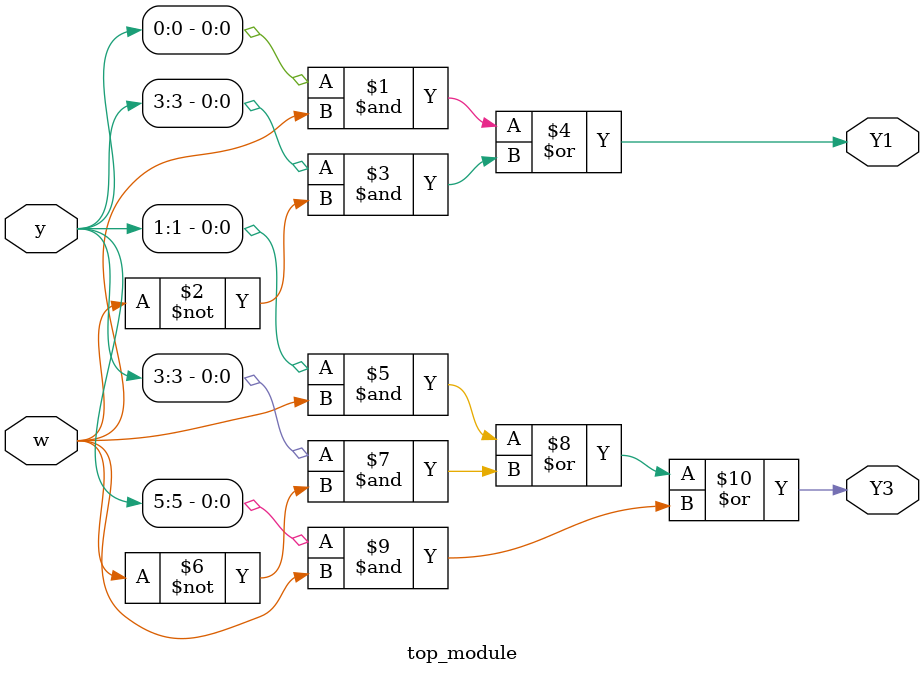
<source format=sv>
module top_module (
    input [5:0] y,
    input w,
    output Y1,
    output Y3
);

// Signal Y1 is the input of state flip-flop y[1]
// Based on the state diagram, the transitions to state B and D set y[1]
assign Y1 = (y[0] & w) | (y[3] & ~w);

// Signal Y3 is the input of state flip-flop y[3]
// Based on the state diagram, the transitions to state C, D, and F set y[3]
assign Y3 = (y[1] & w) | (y[3] & ~w) | (y[5] & w);

endmodule

</source>
